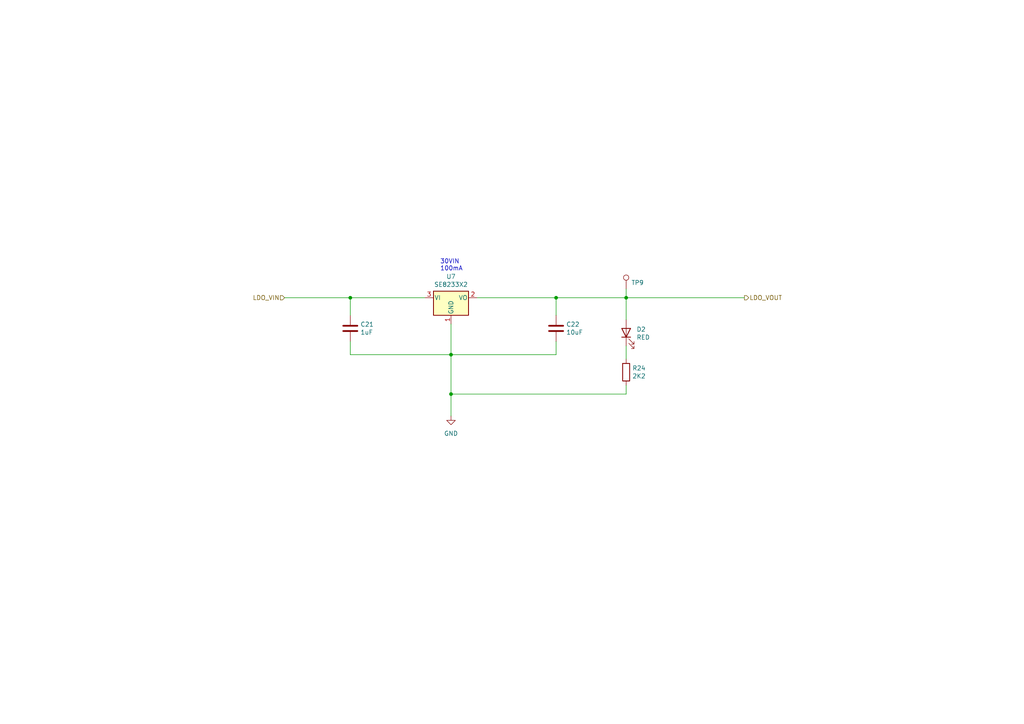
<source format=kicad_sch>
(kicad_sch (version 20230121) (generator eeschema)
  (paper "A4")
  (title_block (title "PSU - LDO 3.3V @ 100mA") (date "2021-06-05") (rev "B") (company "Created by C Sutton"))
  (lib_symbols
    (symbol "Connector:TestPoint" (pin_numbers hide) (pin_names (offset 0.762) hide)
      (property "Reference" "TP" (at 0 6.858 0))
      (property "Value" "TestPoint" (at 0 5.08 0))
      (symbol "TestPoint_0_1"
        (circle (center 0 3.302) (radius 0.762))
      )
      (symbol "TestPoint_1_1"
        (pin passive line (at 0 0 90) (length 2.54) (name "1") (number "1"))
      )
    )
    (symbol "Device:C" (pin_numbers hide) (pin_names (offset 0.254))
      (property "Reference" "C" (at 0.635 2.54 0))
      (property "Value" "C" (at 0.635 -2.54 0))
      (symbol "C_0_1"
        (polyline (pts (xy -2.032 -0.762) (xy 2.032 -0.762)) (stroke (width 0.508)))
        (polyline (pts (xy -2.032 0.762) (xy 2.032 0.762)) (stroke (width 0.508)))
      )
      (symbol "C_1_1"
        (pin passive line (at 0 3.81 270) (length 2.794) (name "~") (number "1"))
        (pin passive line (at 0 -3.81 90) (length 2.794) (name "~") (number "2"))
      )
    )
    (symbol "Device:LED" (pin_numbers hide) (pin_names (offset 1.016) hide)
      (property "Reference" "D" (at 0 2.54 0))
      (property "Value" "LED" (at 0 -2.54 0))
      (symbol "LED_0_1"
        (polyline (pts (xy -1.27 -1.27) (xy -1.27 1.27)) (stroke (width 0.254)))
        (polyline (pts (xy -1.27 0) (xy 1.27 0)))
        (polyline (pts (xy 1.27 -1.27) (xy 1.27 1.27) (xy -1.27 0) (xy 1.27 -1.27)) (stroke (width 0.254)))
        (polyline (pts (xy -3.048 -0.762) (xy -4.572 -2.286) (xy -3.81 -2.286) (xy -4.572 -2.286) (xy -4.572 -1.524)))
        (polyline (pts (xy -1.778 -0.762) (xy -3.302 -2.286) (xy -2.54 -2.286) (xy -3.302 -2.286) (xy -3.302 -1.524)))
      )
      (symbol "LED_1_1"
        (pin passive line (at -3.81 0 0) (length 2.54) (name "K") (number "1"))
        (pin passive line (at 3.81 0 180) (length 2.54) (name "A") (number "2"))
      )
    )
    (symbol "Device:R" (pin_numbers hide) (pin_names (offset 0))
      (property "Reference" "R" (at 2.032 0 90))
      (property "Value" "R" (at 0 0 90))
      (symbol "R_0_1"
        (rectangle (start -1.016 -2.54) (end 1.016 2.54) (stroke (width 0.254)))
      )
      (symbol "R_1_1"
        (pin passive line (at 0 3.81 270) (length 1.27) (name "~") (number "1"))
        (pin passive line (at 0 -3.81 90) (length 1.27) (name "~") (number "2"))
      )
    )
    (symbol "Regulator_Linear:MCP1700x-330xxTT" (pin_names (offset 0.254))
      (property "Reference" "U" (at -3.81 3.175 0))
      (property "Value" "MCP1700x-330xxTT" (at 0 3.175 0))
      (symbol "MCP1700x-330xxTT_0_1"
        (rectangle (start -5.08 1.905) (end 5.08 -5.08) (stroke (width 0.254)) (fill (type background)))
      )
      (symbol "MCP1700x-330xxTT_1_1"
        (pin power_in line (at 0 -7.62 90) (length 2.54) (name "GND") (number "1"))
        (pin power_out line (at 7.62 0 180) (length 2.54) (name "VO") (number "2"))
        (pin power_in line (at -7.62 0 0) (length 2.54) (name "VI") (number "3"))
      )
    )
    (symbol "power:GND" (power) (pin_names (offset 0))
      (property "Value" "GND" (at 0 -3.81 0))
      (symbol "GND_0_1"
        (polyline (pts (xy 0 0) (xy 0 -1.27) (xy 1.27 -1.27) (xy 0 -2.54) (xy -1.27 -1.27) (xy 0 -1.27)))
      )
      (symbol "GND_1_1"
        (pin power_in line (at 0 0 270) (length 0) hide (name "GND") (number "1"))
      )
    )
  )
  (junction (at 130.81 114.3))
  (junction (at 101.6 86.36))
  (junction (at 161.29 86.36))
  (junction (at 181.61 86.36))
  (junction (at 130.81 102.87))
  (wire (pts (xy 161.29 86.36) (xy 161.29 91.44)))
  (wire (pts (xy 130.81 114.3) (xy 130.81 120.65)))
  (wire (pts (xy 138.43 86.36) (xy 161.29 86.36)))
  (wire (pts (xy 181.61 86.36) (xy 181.61 83.82)))
  (wire (pts (xy 101.6 86.36) (xy 82.55 86.36)))
  (wire (pts (xy 181.61 104.14) (xy 181.61 100.33)))
  (wire (pts (xy 161.29 99.06) (xy 161.29 102.87)))
  (wire (pts (xy 101.6 102.87) (xy 130.81 102.87)))
  (wire (pts (xy 101.6 86.36) (xy 123.19 86.36)))
  (wire (pts (xy 181.61 86.36) (xy 181.61 92.71)))
  (wire (pts (xy 181.61 86.36) (xy 215.9 86.36)))
  (wire (pts (xy 181.61 111.76) (xy 181.61 114.3)))
  (wire (pts (xy 101.6 99.06) (xy 101.6 102.87)))
  (wire (pts (xy 130.81 102.87) (xy 130.81 114.3)))
  (wire (pts (xy 161.29 102.87) (xy 130.81 102.87)))
  (wire (pts (xy 101.6 86.36) (xy 101.6 91.44)))
  (wire (pts (xy 161.29 86.36) (xy 181.61 86.36)))
  (wire (pts (xy 130.81 93.98) (xy 130.81 102.87)))
  (wire (pts (xy 181.61 114.3) (xy 130.81 114.3)))
  (text "30VIN\n100mA" (at 127.635 78.74 0) (effects (font (size 1.27 1.27)) (justify left bottom)))
  (hierarchical_label "LDO_VIN" (shape input) (at 82.55 86.36 180))
  (hierarchical_label "LDO_VOUT" (shape output) (at 215.9 86.36 0))
  (symbol (lib_id "Regulator_Linear:MCP1700x-330xxTT") (at 130.81 86.36 0) (unit 1)
    (property "Reference" "U7" (at 130.81 80.2132 0))
    (property "Value" "SE8233X2" (at 130.81 82.5246 0))
    (property "Footprint" "Package_TO_SOT_SMD:SOT-23" (effects hide))
    (property "Datasheet" "${KIPRJMOD}/../../docs/datasheet/LDO_Seaward-Elec-SE8250X2-HF_C437589.pdf" (effects hide))
    (property "LcscNo" "C437587" (effects hide))
  )
  (symbol (lib_id "Device:C") (at 101.6 95.25 0) (unit 1)
    (property "Reference" "C21" (at 104.521 94.0816 0) (effects (justify left)))
    (property "Value" "1uF" (at 104.521 96.393 0) (effects (justify left)))
    (property "Footprint" "Capacitor_SMD:C_0805_2012Metric_Pad1.18x1.45mm_HandSolder" (effects hide))
  )
  (symbol (lib_id "Device:C") (at 161.29 95.25 0) (unit 1)
    (property "Reference" "C22" (at 164.211 94.0816 0) (effects (justify left)))
    (property "Value" "10uF" (at 164.211 96.393 0) (effects (justify left)))
    (property "Footprint" "Capacitor_SMD:C_0805_2012Metric_Pad1.18x1.45mm_HandSolder" (effects hide))
  )
  (symbol (lib_id "Device:LED") (at 181.61 96.52 90) (unit 1)
    (property "Reference" "D2" (at 184.6072 95.5294 90) (effects (justify right)))
    (property "Value" "RED" (at 184.6072 97.8408 90) (effects (justify right)))
    (property "Footprint" "LED_SMD:LED_0805_2012Metric_Pad1.15x1.40mm_HandSolder" (effects hide))
    (property "LcscNo" "C2293" (effects hide))
  )
  (symbol (lib_id "Device:R") (at 181.61 107.95 0) (unit 1)
    (property "Reference" "R24" (at 183.388 106.7816 0) (effects (justify left)))
    (property "Value" "2K2" (at 183.388 109.093 0) (effects (justify left)))
    (property "Footprint" "Resistor_SMD:R_0805_2012Metric_Pad1.20x1.40mm_HandSolder" (effects hide))
  )
  (symbol (lib_id "Connector:TestPoint") (at 181.61 83.82 0) (unit 1)
    (property "Reference" "TP9" (at 183.0832 81.9912 0) (effects (justify left)))
    (property "Value" "TestPoint" (effects hide))
    (property "Footprint" "TestPoint:TestPoint_Pad_D1.0mm" (effects hide))
  )
  (symbol (lib_id "power:GND") (at 130.81 120.65 0) (unit 1)
    (property "Reference" "#PWR067" (effects hide))
    (property "Value" "GND" (at 130.81 125.73 0))
  )
)
</source>
